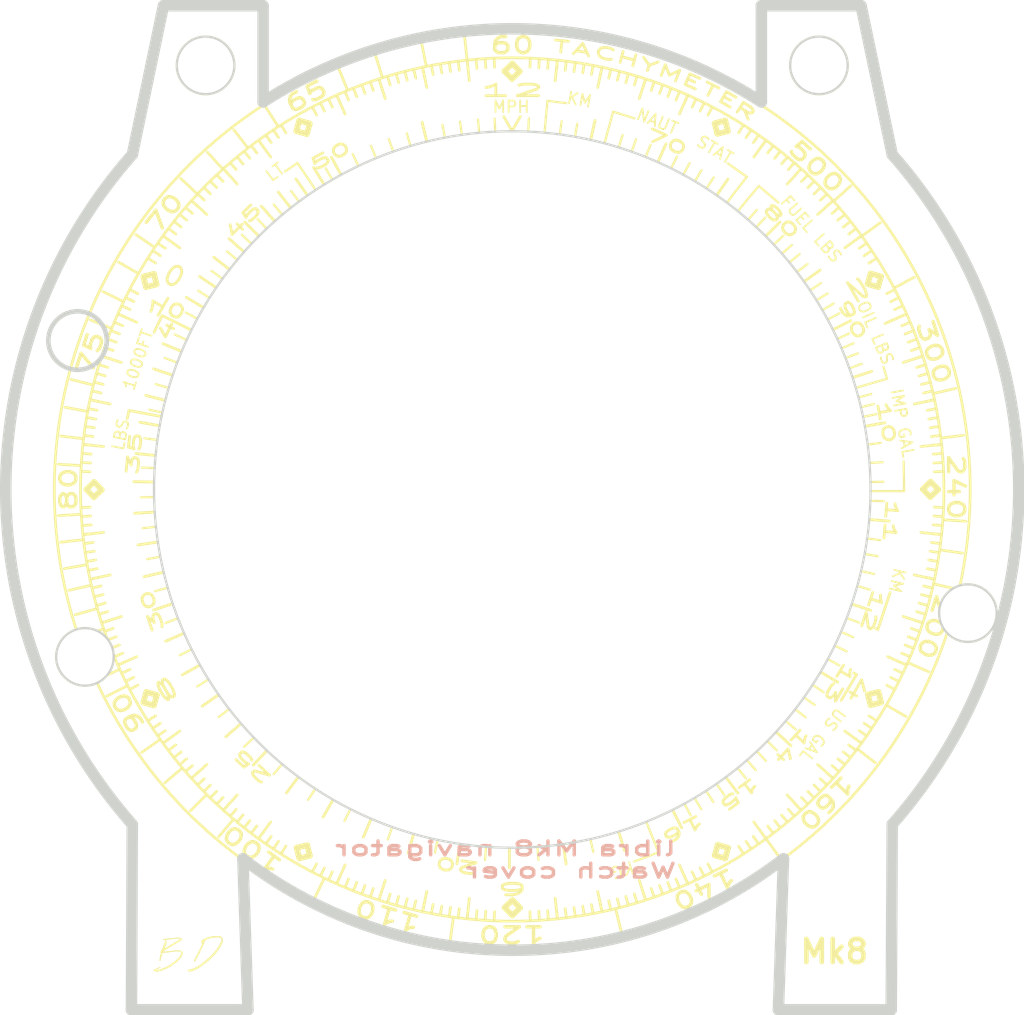
<source format=kicad_pcb>
(kicad_pcb (version 20211014) (generator pcbnew)
  (layers (0 "F.Cu" signal) (31 "B.Cu" signal) (34 "B.Paste" user) (35 "F.Paste" user) (36 "B.SilkS" user "B.Silkscreen") (37 "F.SilkS" user "F.Silkscreen") (38 "B.Mask" user) (39 "F.Mask" user) (44 "Edge.Cuts" user))
  (net 0 "")
  (footprint "BartLib_Logo:BD_small 3.5x2.6" (layer "F.Cu") (at 137.069147 115.256866)
    (fp_text reference "G***" hide)
    (fp_text value "LOGO" hide)
  )
  (gr_line (start 161.186765 110.931168) (end 160.971554 110.593968) (layer "F.SilkS") (width 0.12))
  (gr_line (start 155.421584 113.354627) (end 155.329238 112.965408) (layer "F.SilkS") (width 0.12))
  (gr_line (start 134.011002 102.726321) (end 134.376023 102.562678) (layer "F.SilkS") (width 0.12))
  (gr_line (start 134.493 91.6686) (end 134.4168 92.0242) (layer "F.SilkS") (width 0.12))
  (gr_line (start 156.559353 113.049763) (end 156.44275 112.66711) (layer "F.SilkS") (width 0.12))
  (gr_line (start 169.873576 94.314831) (end 169.473947 94.332609) (layer "F.SilkS") (width 0.12))
  (gr_line (start 157.17675 110.067311) (end 157.49 110.86) (layer "F.SilkS") (width 0.1))
  (gr_line (start 169.787308 97.059911) (end 168.892215 96.965833) (layer "F.SilkS") (width 0.12))
  (gr_circle (center 164.46 76.68) (end 165.66 76.68) (layer "F.SilkS") (width 0.2) (fill none))
  (gr_line (start 168.105528 87.116628) (end 167.744014 87.28788) (layer "F.SilkS") (width 0.12))
  (gr_line (start 147.626596 76.682091) (end 147.702563 77.074836) (layer "F.SilkS") (width 0.12))
  (gr_line (start 153.099911 113.747308) (end 153.057075 113.349584) (layer "F.SilkS") (width 0.12))
  (gr_line (start 161.186765 79.268832) (end 160.97329 79.607133) (layer "F.SilkS") (width 0.12))
  (gr_line (start 136.692859 83.148286) (end 137.001737 83.402478) (layer "F.SilkS") (width 0.12))
  (gr_line (start 144.973743 112.807079) (end 145.104326 112.428969) (layer "F.SilkS") (width 0.12))
  (gr_line (start 150.81 113.26) (end 151.15 112.93) (layer "F.SilkS") (width 0.25))
  (gr_line (start 162.786535 109.79427) (end 162.537256 109.481413) (layer "F.SilkS") (width 0.12))
  (gr_line (start 166.971168 105.146765) (end 166.632867 104.93329) (layer "F.SilkS") (width 0.12))
  (gr_line (start 169.48029 98.998349) (end 169.088795 98.916185) (layer "F.SilkS") (width 0.12))
  (gr_line (start 168.847079 101.266257) (end 168.468969 101.135674) (layer "F.SilkS") (width 0.12))
  (gr_line (start 169.300957 90.437059) (end 168.913757 90.537536) (layer "F.SilkS") (width 0.12))
  (gr_line (start 169.64 95.1) (end 169.3 95.43) (layer "F.SilkS") (width 0.25))
  (gr_line (start 169.557909 98.613404) (end 169.164779 98.539457) (layer "F.SilkS") (width 0.12))
  (gr_line (start 142.80308 111.894616) (end 142.980024 111.535854) (layer "F.SilkS") (width 0.12))
  (gr_line (start 166.757292 105.476104) (end 166.423535 105.255591) (layer "F.SilkS") (width 0.12))
  (gr_line (start 166.612771 90.523857) (end 167.418221 90.291394) (layer "F.SilkS") (width 0.1))
  (gr_line (start 132.492692 97.059911) (end 133.387785 96.965833) (layer "F.SilkS") (width 0.12))
  (gr_line (start 162.476247 80.165046) (end 162.235212 80.484298) (layer "F.SilkS") (width 0.12))
  (gr_line (start 132.979043 90.437059) (end 133.366754 90.535545) (layer "F.SilkS") (width 0.12))
  (gr_line (start 160.39 79.07853) (end 160.505788 79.537979) (layer "F.SilkS") (width 0.25))
  (gr_line (start 155.52 78.69) (end 156.45 78.98) (layer "F.SilkS") (width 0.1))
  (gr_line (start 132.97 95.44) (end 133.31 95.11) (layer "F.SilkS") (width 0.25))
  (gr_line (start 146.097747 113.15932) (end 146.204331 112.773756) (layer "F.SilkS") (width 0.12))
  (gr_line (start 154.653404 113.517909) (end 154.577437 113.125164) (layer "F.SilkS") (width 0.12))
  (gr_line (start 168.847079 88.933743) (end 168.469645 89.066268) (layer "F.SilkS") (width 0.12))
  (gr_line (start 158.766321 112.228998) (end 158.602678 111.863977) (layer "F.SilkS") (width 0.12))
  (gr_line (start 135.308832 85.053235) (end 135.647133 85.26671) (layer "F.SilkS") (width 0.12))
  (gr_line (start 134.174472 103.083372) (end 134.535986 102.91212) (layer "F.SilkS") (width 0.12))
  (gr_line (start 165.587141 107.051714) (end 165.278263 106.797522) (layer "F.SilkS") (width 0.12))
  (gr_line (start 147.241651 76.75971) (end 147.325826 77.150778) (layer "F.SilkS") (width 0.12))
  (gr_line (start 168.972332 100.894076) (end 168.59157 100.77144) (layer "F.SilkS") (width 0.12))
  (gr_line (start 151.14 113.6) (end 150.81 113.26) (layer "F.SilkS") (width 0.25))
  (gr_line (start 133.565941 101.635734) (end 133.940517 101.495334) (layer "F.SilkS") (width 0.12))
  (gr_line (start 132.79971 98.998349) (end 133.190778 98.914174) (layer "F.SilkS") (width 0.12))
  (gr_line (start 169.787308 97.059911) (end 169.389369 97.01912) (layer "F.SilkS") (width 0.12))
  (gr_line (start 141.760551 79.534318) (end 142.216339 79.663767) (layer "F.SilkS") (width 0.25))
  (gr_line (start 166.309087 84.079013) (end 165.580953 84.608033) (layer "F.SilkS") (width 0.12))
  (gr_line (start 163.391651 80.906325) (end 163.131046 81.209812) (layer "F.SilkS") (width 0.12))
  (gr_line (start 133.307668 100.894076) (end 133.687795 100.769484) (layer "F.SilkS") (width 0.12))
  (gr_line (start 143.513679 77.971002) (end 143.879751 78.793214) (layer "F.SilkS") (width 0.12))
  (gr_line (start 149.180089 113.747308) (end 149.274167 112.852215) (layer "F.SilkS") (width 0.12))
  (gr_line (start 144.237656 77.66667) (end 144.38587 78.038224) (layer "F.SilkS") (width 0.12))
  (gr_line (start 133.307668 100.894076) (end 134.163641 100.615954) (layer "F.SilkS") (width 0.12))
  (gr_line (start 151.14 76.6) (end 151.47 76.94) (layer "F.SilkS") (width 0.25))
  (gr_line (start 162.160987 110.269087) (end 161.925028 109.946066) (layer "F.SilkS") (width 0.12))
  (gr_line (start 155.3 79.51) (end 155.52 78.69) (layer "F.SilkS") (width 0.1))
  (gr_line (start 168.714059 88.564266) (end 168.339483 88.704666) (layer "F.SilkS") (width 0.12))
  (gr_line (start 167.16147 85.85) (end 166.705682 85.720551) (layer "F.SilkS") (width 0.25))
  (gr_line (start 149.180089 76.452692) (end 149.274167 77.347785) (layer "F.SilkS") (width 0.12))
  (gr_line (start 160.813519 82.183576) (end 161.33 81.52) (layer "F.SilkS") (width 0.1))
  (gr_line (start 145.720647 113.049763) (end 145.835282 112.666516) (layer "F.SilkS") (width 0.12))
  (gr_line (start 132.722091 98.613404) (end 133.114836 98.537437) (layer "F.SilkS") (width 0.12))
  (gr_line (start 144.973743 77.392921) (end 145.106268 77.770355) (layer "F.SilkS") (width 0.12))
  (gr_line (start 168.972332 89.305924) (end 168.592205 89.430516) (layer "F.SilkS") (width 0.12))
  (gr_line (start 164.536379 81.981296) (end 164.251293 82.261912) (layer "F.SilkS") (width 0.12))
  (gr_line (start 135.11853 104.35) (end 135.247979 103.894212) (layer "F.SilkS") (width 0.25))
  (gr_line (start 166.971168 85.053235) (end 166.633968 85.268446) (layer "F.SilkS") (width 0.12))
  (gr_line (start 142.453189 78.483663) (end 142.639429 78.837689) (layer "F.SilkS") (width 0.12))
  (gr_line (start 151.48 113.27) (end 151.15 112.93) (layer "F.SilkS") (width 0.25))
  (gr_line (start 141.093235 110.931168) (end 141.30671 110.592867) (layer "F.SilkS") (width 0.12))
  (gr_line (start 132.652552 91.973082) (end 133.047145 92.03878) (layer "F.SilkS") (width 0.12))
  (gr_line (start 132.537827 97.450001) (end 132.934567 97.398845) (layer "F.SilkS") (width 0.12))
  (gr_line (start 132.79971 91.201651) (end 133.191205 91.283815) (layer "F.SilkS") (width 0.12))
  (gr_line (start 169.742173 97.450001) (end 169.345175 97.400885) (layer "F.SilkS") (width 0.12))
  (gr_line (start 164.536379 108.218704) (end 164.249854 107.939557) (layer "F.SilkS") (width 0.12))
  (gr_line (start 138.888349 109.293675) (end 139.148954 108.990188) (layer "F.SilkS") (width 0.12))
  (gr_line (start 156.934076 112.932332) (end 156.809484 112.552205) (layer "F.SilkS") (width 0.12))
  (gr_line (start 169.824264 93.531039) (end 169.42573 93.565536) (layer "F.SilkS") (width 0.12))
  (gr_line (start 146.858416 76.845373) (end 146.950762 77.234592) (layer "F.SilkS") (width 0.12))
  (gr_line (start 163.686214 81.166017) (end 163.41931 81.46398) (layer "F.SilkS") (width 0.12))
  (gr_line (start 164.258704 108.496379) (end 163.978088 108.211293) (layer "F.SilkS") (width 0.12))
  (gr_line (start 140.439107 79.703433) (end 140.66825 80.031325) (layer "F.SilkS") (width 0.12))
  (gr_line (start 133.307668 89.305924) (end 134.163641 89.584046) (layer "F.SilkS") (width 0.12))
  (gr_line (start 136.205046 106.436247) (end 136.523055 106.193575) (layer "F.SilkS") (width 0.12))
  (gr_line (start 135.522708 84.723896) (end 135.856465 84.944409) (layer "F.SilkS") (width 0.12))
  (gr_line (start 161.3 82.57) (end 161.85 81.92) (layer "F.SilkS") (width 0.1))
  (gr_line (start 150.8 76.93) (end 151.13 77.27) (layer "F.SilkS") (width 0.25))
  (gr_line (start 138.888349 80.906325) (end 139.15051 81.208469) (layer "F.SilkS") (width 0.12))
  (gr_line (start 166.536567 84.399107) (end 166.208675 84.62825) (layer "F.SilkS") (width 0.12))
  (gr_line (start 133.70667 102.002344) (end 134.078224 101.85413) (layer "F.SilkS") (width 0.12))
  (gr_line (start 168.16 95.17) (end 168.14 93.88) (layer "F.SilkS") (width 0.1))
  (gr_line (start 169.394627 90.818416) (end 169.005408 90.910762) (layer "F.SilkS") (width 0.12))
  (gr_line (start 162.476247 110.034954) (end 162.233575 109.716945) (layer "F.SilkS") (width 0.12))
  (gr_line (start 167.756337 103.786811) (end 167.401359 103.602393) (layer "F.SilkS") (width 0.12))
  (gr_line (start 152.67 78.22) (end 153.48 78.32) (layer "F.SilkS") (width 0.1))
  (gr_line (start 157.675734 77.525941) (end 157.537261 77.901234) (layer "F.SilkS") (width 0.12))
  (gr_line (start 150.354831 113.833576) (end 150.370555 113.433861) (layer "F.SilkS") (width 0.12))
  (gr_line (start 145.720647 77.150237) (end 145.83725 77.53289) (layer "F.SilkS") (width 0.12))
  (gr_line (start 166.93 101.14) (end 167.02 101.18) (layer "F.SilkS") (width 0.12))
  (gr_line (start 152.594209 79.031849) (end 152.67 78.22) (layer "F.SilkS") (width 0.1))
  (gr_line (start 132.492692 93.140089) (end 133.387785 93.234167) (layer "F.SilkS") (width 0.12))
  (gr_line (start 168.268998 102.726321) (end 167.446786 102.360249) (layer "F.SilkS") (width 0.12))
  (gr_line (start 155.038349 76.75971) (end 154.956185 77.151205) (layer "F.SilkS") (width 0.12))
  (gr_line (start 134.011002 102.726321) (end 134.833214 102.360249) (layer "F.SilkS") (width 0.12))
  (gr_line (start 135.970913 84.079013) (end 136.295143 84.313309) (layer "F.SilkS") (width 0.12))
  (gr_line (start 168.268998 87.473679) (end 167.903977 87.637322) (layer "F.SilkS") (width 0.12))
  (gr_line (start 158.766321 77.971002) (end 158.604556 78.336859) (layer "F.SilkS") (width 0.12))
  (gr_line (start 149.571039 113.784264) (end 149.603488 113.385558) (layer "F.SilkS") (width 0.12))
  (gr_line (start 169.787308 93.140089) (end 169.389584 93.182925) (layer "F.SilkS") (width 0.12))
  (gr_line (start 148.789999 76.497827) (end 148.841155 76.894567) (layer "F.SilkS") (width 0.12))
  (gr_line (start 166.309087 106.120987) (end 165.984857 105.886691) (layer "F.SilkS") (width 0.12))
  (gr_line (start 132.537827 92.749999) (end 132.934825 92.799115) (layer "F.SilkS") (width 0.12))
  (gr_line (start 161.85 81.92) (end 162.7 82.64) (layer "F.SilkS") (width 0.1))
  (gr_line (start 164.808179 82.264726) (end 164.517278 82.53931) (layer "F.SilkS") (width 0.12))
  (gr_line (start 160.39 79.07853) (end 159.930551 79.194318) (layer "F.SilkS") (width 0.25))
  (gr_line (start 153.490001 113.702173) (end 153.438845 113.305433) (layer "F.SilkS") (width 0.12))
  (gr_line (start 138.593786 81.166017) (end 139.196019 81.834864) (layer "F.SilkS") (width 0.12))
  (gr_line (start 166.074954 106.436247) (end 165.755702 106.195212) (layer "F.SilkS") (width 0.12))
  (gr_line (start 167.16147 85.85) (end 167.032021 86.305788) (layer "F.SilkS") (width 0.25))
  (gr_line (start 156.559353 77.150237) (end 156.444718 77.533484) (layer "F.SilkS") (width 0.12))
  (gr_line (start 141.81 80.92) (end 141.27 81.29) (layer "F.SilkS") (width 0.1))
  (gr_line (start 169.742173 92.749999) (end 169.345433 92.801155) (layer "F.SilkS") (width 0.12))
  (gr_line (start 166.309087 84.079013) (end 165.986066 84.314972) (layer "F.SilkS") (width 0.12))
  (gr_line (start 169.64 95.1) (end 169.31 94.76) (layer "F.SilkS") (width 0.25))
  (gr_line (start 140.439107 110.496567) (end 140.666561 110.167502) (layer "F.SilkS") (width 0.12))
  (gr_circle (center 170.93 100.47) (end 172.13 100.47) (layer "F.SilkS") (width 0.2) (fill none))
  (gr_line (start 134.523663 86.413189) (end 134.878641 86.597607) (layer "F.SilkS") (width 0.12))
  (gr_line (start 151.14 76.6) (end 150.8 76.93) (layer "F.SilkS") (width 0.25))
  (gr_line (start 169.394627 99.381584) (end 169.004938 99.291239) (layer "F.SilkS") (width 0.12))
  (gr_line (start 134.345384 86.76308) (end 134.704146 86.940024) (layer "F.SilkS") (width 0.12))
  (gr_line (start 166.702021 104.465788) (end 166.586233 104.006339) (layer "F.SilkS") (width 0.25))
  (gr_line (start 155.802941 113.260957) (end 155.702464 112.873757) (layer "F.SilkS") (width 0.12))
  (gr_line (start 169.824264 96.668961) (end 169.425558 96.636512) (layer "F.SilkS") (width 0.12))
  (gr_line (start 141.89 79.07853) (end 142.345788 79.207979) (layer "F.SilkS") (width 0.25))
  (gr_line (start 166.074954 83.763753) (end 165.756945 84.006425) (layer "F.SilkS") (width 0.12))
  (gr_line (start 132.979043 99.762941) (end 133.366243 99.662464) (layer "F.SilkS") (width 0.12))
  (gr_line (start 145.345924 112.932332) (end 145.46856 112.55157) (layer "F.SilkS") (width 0.12))
  (gr_line (start 168.57333 102.002344) (end 168.20102 101.856042) (layer "F.SilkS") (width 0.12))
  (gr_line (start 136.692859 107.051714) (end 137.000427 106.795938) (layer "F.SilkS") (width 0.12))
  (gr_line (start 151.47 76.94) (end 151.13 77.27) (layer "F.SilkS") (width 0.25))
  (gr_line (start 169.300957 99.762941) (end 168.913246 99.664455) (layer "F.SilkS") (width 0.12))
  (gr_line (start 135.11853 104.35) (end 135.574318 104.479449) (layer "F.SilkS") (width 0.25))
  (gr_line (start 167.045682 103.890551) (end 166.586233 104.006339) (layer "F.SilkS") (width 0.25))
  (gr_line (start 162.160987 79.930913) (end 161.631967 80.659047) (layer "F.SilkS") (width 0.12))
  (gr_line (start 163.975274 108.768179) (end 163.70069 108.477278) (layer "F.SilkS") (width 0.12))
  (gr_line (start 169.627448 91.973082) (end 169.233198 92.040807) (layer "F.SilkS") (width 0.12))
  (gr_line (start 145.345924 77.267668) (end 145.470516 77.647795) (layer "F.SilkS") (width 0.12))
  (gr_line (start 160.519449 110.665682) (end 160.063661 110.536233) (layer "F.SilkS") (width 0.25))
  (gr_line (start 140.119013 110.269087) (end 140.353309 109.944857) (layer "F.SilkS") (width 0.12))
  (gr_line (start 169.873576 95.885169) (end 169.473861 95.869445) (layer "F.SilkS") (width 0.12))
  (gr_line (start 137.206017 82.553786) (end 137.874864 83.156019) (layer "F.SilkS") (width 0.12))
  (gr_line (start 165.073983 107.646214) (end 164.405136 107.043981) (layer "F.SilkS") (width 0.12))
  (gr_line (start 154.266918 113.587448) (end 154.199193 113.193198) (layer "F.SilkS") (width 0.12))
  (gr_line (start 169.089763 100.519353) (end 168.706516 100.404718) (layer "F.SilkS") (width 0.12))
  (gr_line (start 156.934076 77.267668) (end 156.655954 78.123641) (layer "F.SilkS") (width 0.12))
  (gr_line (start 169.48029 91.201651) (end 168.599935 91.388776) (layer "F.SilkS") (width 0.12))
  (gr_line (start 154.653404 76.682091) (end 154.579457 77.075221) (layer "F.SilkS") (width 0.12))
  (gr_line (start 157.306257 112.807079) (end 157.173732 112.429645) (layer "F.SilkS") (width 0.12))
  (gr_line (start 136.205046 83.763753) (end 136.524298 84.004788) (layer "F.SilkS") (width 0.12))
  (gr_line (start 141.89 111.12147) (end 142.349449 111.005682) (layer "F.SilkS") (width 0.25))
  (gr_line (start 135.743433 84.399107) (end 136.072498 84.626561) (layer "F.SilkS") (width 0.12))
  (gr_line (start 136.946325 82.848349) (end 137.249812 83.108954) (layer "F.SilkS") (width 0.12))
  (gr_line (start 148.40094 113.648879) (end 148.45836 113.252997) (layer "F.SilkS") (width 0.12))
  (gr_line (start 137.206017 82.553786) (end 137.50398 82.82069) (layer "F.SilkS") (width 0.12))
  (gr_line (start 153.87906 76.551121) (end 153.82164 76.947003) (layer "F.SilkS") (width 0.12))
  (gr_line (start 132.406424 95.885169) (end 132.806053 95.867391) (layer "F.SilkS") (width 0.12))
  (gr_line (start 153.87906 113.648879) (end 153.819606 113.253297) (layer "F.SilkS") (width 0.12))
  (gr_line (start 167.032021 86.305788) (end 166.576233 86.176339) (layer "F.SilkS") (width 0.25))
  (gr_line (start 167.02 101.18) (end 167.55 99.58) (layer "F.SilkS") (width 0.12))
  (gr_line (start 149.571039 76.415736) (end 149.605536 76.81427) (layer "F.SilkS") (width 0.12))
  (gr_line (start 135.234318 86.309449) (end 135.693767 86.193661) (layer "F.SilkS") (width 0.25))
  (gr_line (start 133.70667 88.197656) (end 134.07898 88.343958) (layer "F.SilkS") (width 0.12))
  (gr_line (start 169.089763 89.680647) (end 168.70711 89.79725) (layer "F.SilkS") (width 0.12))
  (gr_line (start 132.79971 98.998349) (end 133.680065 98.811224) (layer "F.SilkS") (width 0.12))
  (gr_line (start 166.095 103.14) (end 165.425 104.26) (layer "F.SilkS") (width 0.12))
  (gr_circle (center 151.14 95.1) (end 151.11 76.35) (layer "F.SilkS") (width 0.12) (fill none))
  (gr_line (start 166.309087 106.120987) (end 165.580953 105.591967) (layer "F.SilkS") (width 0.12))
  (gr_line (start 169.19932 90.057747) (end 168.814309 90.166311) (layer "F.SilkS") (width 0.12))
  (gr_line (start 148.013082 113.587448) (end 148.07878 113.192855) (layer "F.SilkS") (width 0.12))
  (gr_line (start 137.206017 107.646214) (end 137.874864 107.043981) (layer "F.SilkS") (width 0.12))
  (gr_line (start 165.587141 83.148286) (end 165.279573 83.404062) (layer "F.SilkS") (width 0.12))
  (gr_line (start 152.708961 113.784264) (end 152.674464 113.38573) (layer "F.SilkS") (width 0.12))
  (gr_line (start 142.28 81.61) (end 141.81 80.92) (layer "F.SilkS") (width 0.1))
  (gr_line (start 135.308832 105.146765) (end 135.646032 104.931554) (layer "F.SilkS") (width 0.12))
  (gr_line (start 140.119013 79.930913) (end 140.648033 80.659047) (layer "F.SilkS") (width 0.12))
  (gr_line (start 161.516104 79.482708) (end 161.295591 79.816465) (layer "F.SilkS") (width 0.12))
  (gr_line (start 138.593786 109.033983) (end 138.86069 108.73602) (layer "F.SilkS") (width 0.12))
  (gr_line (start 139.188286 80.652859) (end 139.444062 80.960427) (layer "F.SilkS") (width 0.12))
  (gr_line (start 169.48029 91.201651) (end 169.089222 91.285826) (layer "F.SilkS") (width 0.12))
  (gr_line (start 161.516104 110.717292) (end 161.293878 110.384673) (layer "F.SilkS") (width 0.12))
  (gr_line (start 163.391651 109.293675) (end 163.12949 108.991531) (layer "F.SilkS") (width 0.12))
  (gr_line (start 159.930551 79.194318) (end 160.046339 79.653767) (layer "F.SilkS") (width 0.25))
  (gr_line (start 133.190237 89.680647) (end 133.573484 89.795282) (layer "F.SilkS") (width 0.12))
  (gr_line (start 155.038349 76.75971) (end 154.851224 77.640065) (layer "F.SilkS") (width 0.12))
  (gr_line (start 136.44573 83.453465) (end 136.759864 83.701133) (layer "F.SilkS") (width 0.12))
  (gr_line (start 133.307668 89.305924) (end 133.68843 89.42856) (layer "F.SilkS") (width 0.12))
  (gr_line (start 148.789999 113.702173) (end 148.839115 113.305175) (layer "F.SilkS") (width 0.12))
  (gr_line (start 165.97 103.07) (end 166.095 103.14) (layer "F.SilkS") (width 0.12))
  (gr_line (start 158.042344 112.53333) (end 157.89413 112.161776) (layer "F.SilkS") (width 0.12))
  (gr_line (start 169.627448 98.226918) (end 169.232855 98.16122) (layer "F.SilkS") (width 0.12))
  (gr_line (start 165.333675 107.351651) (end 165.030188 107.091046) (layer "F.SilkS") (width 0.12))
  (gr_line (start 151.14 113.6) (end 151.48 113.27) (layer "F.SilkS") (width 0.25))
  (gr_line (start 150.77 78.9) (end 151.13 79.53) (layer "F.SilkS") (width 0.12))
  (gr_line (start 161.840893 79.703433) (end 161.613439 80.032498) (layer "F.SilkS") (width 0.12))
  (gr_line (start 160.505788 79.537979) (end 160.046339 79.653767) (layer "F.SilkS") (width 0.25))
  (gr_line (start 168.424955 87.834074) (end 168.056587 87.990037) (layer "F.SilkS") (width 0.12))
  (gr_line (start 155.038349 113.44029) (end 154.851224 112.559935) (layer "F.SilkS") (width 0.12))
  (gr_line (start 135.247979 103.894212) (end 135.703767 104.023661) (layer "F.SilkS") (width 0.25))
  (gr_line (start 138.304726 108.768179) (end 138.577811 108.475871) (layer "F.SilkS") (width 0.12))
  (gr_line (start 133.432921 101.266257) (end 133.810355 101.133732) (layer "F.SilkS") (width 0.12))
  (gr_line (start 146.097747 77.04068) (end 146.206311 77.425691) (layer "F.SilkS") (width 0.12))
  (gr_line (start 133.565941 88.564266) (end 133.941234 88.702739) (layer "F.SilkS") (width 0.12))
  (gr_line (start 132.455736 93.531039) (end 132.854442 93.563488) (layer "F.SilkS") (width 0.12))
  (gr_line (start 150.354831 76.366424) (end 150.372609 76.766053) (layer "F.SilkS") (width 0.12))
  (gr_line (start 160.39 111.12147) (end 160.519449 110.665682) (layer "F.SilkS") (width 0.25))
  (gr_line (start 168.57333 88.197656) (end 168.201776 88.34587) (layer "F.SilkS") (width 0.12))
  (gr_line (start 167.16147 104.35) (end 167.045682 103.890551) (layer "F.SilkS") (width 0.25))
  (gr_line (start 133.08068 90.057747) (end 133.466244 90.164331) (layer "F.SilkS") (width 0.12))
  (gr_line (start 166.757292 84.723896) (end 166.424673 84.946122) (layer "F.SilkS") (width 0.12))
  (gr_line (start 165.83427 83.453465) (end 165.521413 83.702744) (layer "F.SilkS") (width 0.12))
  (gr_line (start 165.073983 82.553786) (end 164.405136 83.156019) (layer "F.SilkS") (width 0.12))
  (gr_line (start 156.182253 113.15932) (end 156.073689 112.774309) (layer "F.SilkS") (width 0.12))
  (gr_line (start 158.405926 112.384955) (end 158.249963 112.016587) (layer "F.SilkS") (width 0.12))
  (gr_line (start 159.123372 78.134472) (end 158.953981 78.496861) (layer "F.SilkS") (width 0.12))
  (gr_line (start 162.786535 80.40573) (end 162.538867 80.719864) (layer "F.SilkS") (width 0.12))
  (gr_line (start 132.885373 99.381584) (end 133.274592 99.289238) (layer "F.SilkS") (width 0.12))
  (gr_line (start 135.93 87.55) (end 135.58 88.28) (layer "F.SilkS") (width 0.12))
  (gr_line (start 155.802941 76.939043) (end 155.704455 77.326754) (layer "F.SilkS") (width 0.12))
  (gr_line (start 134.523663 103.786811) (end 134.877689 103.600571) (layer "F.SilkS") (width 0.12))
  (gr_line (start 140.763896 79.482708) (end 140.986122 79.815327) (layer "F.SilkS") (width 0.12))
  (gr_line (start 146.477059 113.260957) (end 146.575545 112.873246) (layer "F.SilkS") (width 0.12))
  (gr_line (start 142.345788 79.207979) (end 142.216339 79.663767) (layer "F.SilkS") (width 0.25))
  (gr_line (start 154.266918 76.612552) (end 154.20122 77.007145) (layer "F.SilkS") (width 0.12))
  (gr_line (start 135.970913 84.079013) (end 136.699047 84.608033) (layer "F.SilkS") (width 0.12))
  (gr_line (start 138.021296 81.703621) (end 138.301912 81.988707) (layer "F.SilkS") (width 0.12))
  (gr_line (start 169.853024 93.922676) (end 169.453855 93.94882) (layer "F.SilkS") (width 0.12))
  (gr_line (start 132.885373 90.818416) (end 133.275062 90.908761) (layer "F.SilkS") (width 0.12))
  (gr_line (start 135.11853 85.85) (end 135.577979 85.734212) (layer "F.SilkS") (width 0.25))
  (gr_line (start 140.119013 110.269087) (end 140.648033 109.540953) (layer "F.SilkS") (width 0.12))
  (gr_line (start 169.557909 91.586596) (end 169.165164 91.662563) (layer "F.SilkS") (width 0.12))
  (gr_line (start 144.237656 112.53333) (end 144.383958 112.16102) (layer "F.SilkS") (width 0.12))
  (gr_line (start 136.44573 106.746535) (end 136.758587 106.497256) (layer "F.SilkS") (width 0.12))
  (gr_line (start 134.011002 87.473679) (end 134.376859 87.635444) (layer "F.SilkS") (width 0.12))
  (gr_line (start 153.490001 76.497827) (end 153.440885 76.894825) (layer "F.SilkS") (width 0.12))
  (gr_line (start 159.123372 112.065528) (end 158.95212 111.704014) (layer "F.SilkS") (width 0.12))
  (gr_line (start 139.493465 80.40573) (end 139.742744 80.718587) (layer "F.SilkS") (width 0.12))
  (gr_line (start 133.08068 100.142253) (end 133.465691 100.033689) (layer "F.SilkS") (width 0.12))
  (gr_line (start 169.853024 96.277324) (end 169.453726 96.253232) (layer "F.SilkS") (width 0.12))
  (gr_line (start 156.43 111.26) (end 157.49 110.86) (layer "F.SilkS") (width 0.1))
  (gr_line (start 163.686214 81.166017) (end 163.083981 81.834864) (layer "F.SilkS") (width 0.12))
  (gr_line (start 133.855045 87.834074) (end 134.22421 87.988141) (layer "F.SilkS") (width 0.12))
  (gr_line (start 159.934212 110.992021) (end 160.063661 110.536233) (layer "F.SilkS") (width 0.25))
  (gr_circle (center 132.58 102.37) (end 133.78 102.37) (layer "F.SilkS") (width 0.2) (fill none))
  (gr_line (start 163.686214 109.033983) (end 163.083981 108.365136) (layer "F.SilkS") (width 0.12))
  (gr_line (start 148.40094 76.551121) (end 148.460394 76.946703) (layer "F.SilkS") (width 0.12))
  (gr_line (start 135.970913 106.120987) (end 136.699047 105.591967) (layer "F.SilkS") (width 0.12))
  (gr_line (start 132.426976 93.922676) (end 132.826274 93.946768) (layer "F.SilkS") (width 0.12))
  (gr_circle (center 151.14 95.1) (end 151.14 75.21) (layer "F.SilkS") (width 0.12) (fill none))
  (gr_line (start 153.099911 76.452692) (end 153.05912 76.850631) (layer "F.SilkS") (width 0.12))
  (gr_line (start 158.766321 112.228998) (end 158.400249 111.406786) (layer "F.SilkS") (width 0.12))
  (gr_line (start 167.418221 90.291394) (end 167.26 89.77) (layer "F.SilkS") (width 0.1))
  (gr_line (start 132.426976 96.277324) (end 132.826145 96.25118) (layer "F.SilkS") (width 0.12))
  (gr_line (start 143.156628 78.134472) (end 143.32788 78.495986) (layer "F.SilkS") (width 0.12))
  (gr_line (start 142.349449 111.005682) (end 142.233661 110.546233) (layer "F.SilkS") (width 0.25))
  (gr_line (start 147.626596 113.517909) (end 147.700543 113.124779) (layer "F.SilkS") (width 0.12))
  (gr_line (start 135.903716 91.931639) (end 134.493 91.6686) (layer "F.SilkS") (width 0.12))
  (gr_line (start 135.574318 104.479449) (end 135.703767 104.023661) (layer "F.SilkS") (width 0.25))
  (gr_line (start 153.099911 76.452692) (end 153.005833 77.347785) (layer "F.SilkS") (width 0.12))
  (gr_line (start 168.972332 100.894076) (end 168.116359 100.615954) (layer "F.SilkS") (width 0.12))
  (gr_circle (center 137.82 76.68) (end 139.02 76.68) (layer "F.SilkS") (width 0.2) (fill none))
  (gr_line (start 143.874074 112.384955) (end 144.028141 112.01579) (layer "F.SilkS") (width 0.12))
  (gr_line (start 159.826811 111.716337) (end 159.640571 111.362311) (layer "F.SilkS") (width 0.12))
  (gr_line (start 143.513679 112.228998) (end 143.879751 111.406786) (layer "F.SilkS") (width 0.12))
  (gr_line (start 165.333675 82.848349) (end 165.031531 83.11051) (layer "F.SilkS") (width 0.12))
  (gr_line (start 141.774212 110.662021) (end 142.233661 110.546233) (layer "F.SilkS") (width 0.25))
  (gr_line (start 138.021296 108.496379) (end 138.300443 108.209854) (layer "F.SilkS") (width 0.12))
  (gr_line (start 146.477059 76.939043) (end 146.577536 77.326243) (layer "F.SilkS") (width 0.12))
  (gr_line (start 140.119013 79.930913) (end 140.354972 80.253934) (layer "F.SilkS") (width 0.12))
  (gr_line (start 140.763896 110.717292) (end 140.984409 110.383535) (layer "F.SilkS") (width 0.12))
  (gr_line (start 147.241651 113.44029) (end 147.428776 112.559935) (layer "F.SilkS") (width 0.12))
  (gr_line (start 134.174472 87.116628) (end 134.536861 87.286019) (layer "F.SilkS") (width 0.12))
  (gr_line (start 139.803753 110.034954) (end 140.044788 109.715702) (layer "F.SilkS") (width 0.12))
  (gr_line (start 133.190237 100.519353) (end 133.57289 100.40275) (layer "F.SilkS") (width 0.12))
  (gr_line (start 145.345924 77.267668) (end 145.624046 78.123641) (layer "F.SilkS") (width 0.12))
  (gr_line (start 166.536567 105.800893) (end 166.207502 105.573439) (layer "F.SilkS") (width 0.12))
  (gr_line (start 169.787308 93.140089) (end 168.892215 93.234167) (layer "F.SilkS") (width 0.12))
  (gr_line (start 168.268998 87.473679) (end 167.446786 87.839751) (layer "F.SilkS") (width 0.12))
  (gr_line (start 158.405926 77.815045) (end 158.251859 78.18421) (layer "F.SilkS") (width 0.12))
  (gr_line (start 169.688879 92.36094) (end 169.293297 92.420394) (layer "F.SilkS") (width 0.12))
  (gr_line (start 139.493465 109.79427) (end 139.741133 109.480136) (layer "F.SilkS") (width 0.12))
  (gr_line (start 148.013082 76.612552) (end 148.080807 77.006802) (layer "F.SilkS") (width 0.12))
  (gr_line (start 163.686214 109.033983) (end 163.417782 108.737396) (layer "F.SilkS") (width 0.12))
  (gr_line (start 155.038349 113.44029) (end 154.954174 113.049222) (layer "F.SilkS") (width 0.12))
  (gr_line (start 138.593786 109.033983) (end 139.196019 108.365136) (layer "F.SilkS") (width 0.12))
  (gr_line (start 135.743433 105.800893) (end 136.071325 105.57175) (layer "F.SilkS") (width 0.12))
  (gr_line (start 132.79971 91.201651) (end 133.680065 91.388776) (layer "F.SilkS") (width 0.12))
  (gr_line (start 132.492692 97.059911) (end 132.890416 97.017075) (layer "F.SilkS") (width 0.12))
  (gr_line (start 163.091714 80.652859) (end 162.837522 80.961737) (layer "F.SilkS") (width 0.12))
  (gr_line (start 162.160987 110.269087) (end 161.631967 109.540953) (layer "F.SilkS") (width 0.12))
  (gr_line (start 132.591121 92.36094) (end 132.987003 92.41836) (layer "F.SilkS") (width 0.12))
  (gr_line (start 162.160987 79.930913) (end 161.926691 80.255143) (layer "F.SilkS") (width 0.12))
  (gr_line (start 142.453189 111.716337) (end 142.637607 111.361359) (layer "F.SilkS") (width 0.12))
  (gr_line (start 146.858416 113.354627) (end 146.948761 112.964938) (layer "F.SilkS") (width 0.12))
  (gr_line (start 135.970913 106.120987) (end 136.293934 105.885028) (layer "F.SilkS") (width 0.12))
  (gr_line (start 169.31 94.76) (end 168.97 95.09) (layer "F.SilkS") (width 0.25))
  (gr_line (start 169.688879 97.83906) (end 169.292997 97.78164) (layer "F.SilkS") (width 0.12))
  (gr_line (start 132.722091 91.586596) (end 133.115221 91.660543) (layer "F.SilkS") (width 0.12))
  (gr_line (start 164.258704 81.703621) (end 163.979557 81.990146) (layer "F.SilkS") (width 0.12))
  (gr_line (start 159.47692 111.894616) (end 159.298135 111.536768) (layer "F.SilkS") (width 0.12))
  (gr_line (start 138.304726 81.431821) (end 138.57931 81.722722) (layer "F.SilkS") (width 0.12))
  (gr_line (start 165.073983 107.646214) (end 164.77602 107.37931) (layer "F.SilkS") (width 0.12))
  (gr_line (start 168.972332 89.305924) (end 168.116359 89.584046) (layer "F.SilkS") (width 0.12))
  (gr_line (start 168.268998 102.726321) (end 167.903141 102.564556) (layer "F.SilkS") (width 0.12))
  (gr_line (start 166.705682 85.720551) (end 166.576233 86.176339) (layer "F.SilkS") (width 0.25))
  (gr_line (start 152.708961 76.415736) (end 152.676512 76.814442) (layer "F.SilkS") (width 0.12))
  (gr_line (start 167.934616 86.76308) (end 167.576768 86.941865) (layer "F.SilkS") (width 0.12))
  (gr_line (start 141.89 111.12147) (end 141.774212 110.662021) (layer "F.SilkS") (width 0.25))
  (gr_line (start 158.766321 77.971002) (end 158.400249 78.793214) (layer "F.SilkS") (width 0.12))
  (gr_line (start 157.675734 112.674059) (end 157.535334 112.299483) (layer "F.SilkS") (width 0.12))
  (gr_line (start 168.714059 101.635734) (end 168.338766 101.497261) (layer "F.SilkS") (width 0.12))
  (gr_line (start 137.206017 107.646214) (end 137.502604 107.377782) (layer "F.SilkS") (width 0.12))
  (gr_line (start 169.19932 100.142253) (end 168.813756 100.035669) (layer "F.SilkS") (width 0.12))
  (gr_line (start 145.345924 112.932332) (end 145.624046 112.076359) (layer "F.SilkS") (width 0.12))
  (gr_line (start 136.946325 107.351651) (end 137.248469 107.08949) (layer "F.SilkS") (width 0.12))
  (gr_line (start 167.934616 103.43692) (end 167.575854 103.259976) (layer "F.SilkS") (width 0.12))
  (gr_line (start 158.042344 77.66667) (end 157.896042 78.03898) (layer "F.SilkS") (width 0.12))
  (gr_line (start 134.011002 87.473679) (end 134.833214 87.839751) (layer "F.SilkS") (width 0.12))
  (gr_line (start 137.471821 82.264726) (end 137.764129 82.537811) (layer "F.SilkS") (width 0.12))
  (gr_line (start 161.840893 110.496567) (end 161.61175 110.168675) (layer "F.SilkS") (width 0.12))
  (gr_line (start 159.826811 78.483663) (end 159.642393 78.838641) (layer "F.SilkS") (width 0.12))
  (gr_line (start 168.424955 102.365926) (end 168.05579 102.211859) (layer "F.SilkS") (width 0.12))
  (gr_line (start 133.432921 88.933743) (end 133.811031 89.064326) (layer "F.SilkS") (width 0.12))
  (gr_line (start 165.073983 82.553786) (end 164.777396 82.822218) (layer "F.SilkS") (width 0.12))
  (gr_line (start 149.962676 113.813024) (end 149.986768 113.413726) (layer "F.SilkS") (width 0.12))
  (gr_line (start 143.874074 77.815045) (end 144.030037 78.183413) (layer "F.SilkS") (width 0.12))
  (gr_line (start 143.513679 77.971002) (end 143.677322 78.336023) (layer "F.SilkS") (width 0.12))
  (gr_line (start 169.48029 98.998349) (end 168.599935 98.811224) (layer "F.SilkS") (width 0.12))
  (gr_line (start 163.091714 109.547141) (end 162.835938 109.239573) (layer "F.SilkS") (width 0.12))
  (gr_line (start 169.3 95.43) (end 168.97 95.09) (layer "F.SilkS") (width 0.25))
  (gr_line (start 156.182253 77.04068) (end 156.075669 77.426244) (layer "F.SilkS") (width 0.12))
  (gr_line (start 137.471821 107.935274) (end 137.762722 107.66069) (layer "F.SilkS") (width 0.12))
  (gr_line (start 163.975274 81.431821) (end 163.702189 81.724129) (layer "F.SilkS") (width 0.12))
  (gr_line (start 160.39 111.12147) (end 159.934212 110.992021) (layer "F.SilkS") (width 0.25))
  (gr_line (start 147.241651 76.75971) (end 147.428776 77.640065) (layer "F.SilkS") (width 0.12))
  (gr_line (start 134.345384 103.43692) (end 134.703232 103.258135) (layer "F.SilkS") (width 0.12))
  (gr_line (start 132.64 95.1) (end 132.97 95.44) (layer "F.SilkS") (width 0.25))
  (gr_line (start 139.803753 80.165046) (end 140.046425 80.483055) (layer "F.SilkS") (width 0.12))
  (gr_line (start 132.455736 96.668961) (end 132.85427 96.634464) (layer "F.SilkS") (width 0.12))
  (gr_line (start 132.406424 94.314831) (end 132.806139 94.330555) (layer "F.SilkS") (width 0.12))
  (gr_line (start 164.808179 107.935274) (end 164.515871 107.662189) (layer "F.SilkS") (width 0.12))
  (gr_line (start 157.306257 77.392921) (end 157.175674 77.771031) (layer "F.SilkS") (width 0.12))
  (gr_line (start 135.577979 85.734212) (end 135.693767 86.193661) (layer "F.SilkS") (width 0.25))
  (gr_line (start 156.934076 112.932332) (end 156.655954 112.076359) (layer "F.SilkS") (width 0.12))
  (gr_line (start 153.099911 113.747308) (end 153.005833 112.852215) (layer "F.SilkS") (width 0.12))
  (gr_line (start 142.80308 78.305384) (end 142.981865 78.663232) (layer "F.SilkS") (width 0.12))
  (gr_line (start 139.188286 109.547141) (end 139.442478 109.238263) (layer "F.SilkS") (width 0.12))
  (gr_line (start 147.241651 113.44029) (end 147.323815 113.048795) (layer "F.SilkS") (width 0.12))
  (gr_line (start 135.522708 105.476104) (end 135.855327 105.253878) (layer "F.SilkS") (width 0.12))
  (gr_line (start 152.317324 76.386976) (end 152.293232 76.786274) (layer "F.SilkS") (width 0.12))
  (gr_line (start 156.934076 77.267668) (end 156.81144 77.64843) (layer "F.SilkS") (width 0.12))
  (gr_line (start 159.47692 78.305384) (end 159.299976 78.664146) (layer "F.SilkS") (width 0.12))
  (gr_line (start 144.604266 77.525941) (end 144.744666 77.900517) (layer "F.SilkS") (width 0.12))
  (gr_line (start 161.33 81.52) (end 160.49 80.93) (layer "F.SilkS") (width 0.1))
  (gr_line (start 151.13 79.53) (end 151.49 78.9) (layer "F.SilkS") (width 0.12))
  (gr_line (start 167.848746 87.660787) (end 167.326061 87.893501) (layer "F.SilkS") (width 0.12))
  (gr_line (start 137.743621 81.981296) (end 138.030146 82.260443) (layer "F.SilkS") (width 0.12))
  (gr_line (start 151.925169 76.366424) (end 151.909445 76.766139) (layer "F.SilkS") (width 0.12))
  (gr_line (start 165.83427 106.746535) (end 165.520136 106.498867) (layer "F.SilkS") (width 0.12))
  (gr_line (start 168.16 95.17) (end 166.7 95.17) (layer "F.SilkS") (width 0.1))
  (gr_line (start 132.492692 93.140089) (end 132.890631 93.18088) (layer "F.SilkS") (width 0.12))
  (gr_line (start 149.180089 113.747308) (end 149.22088 113.349369) (layer "F.SilkS") (width 0.12))
  (gr_line (start 143.156628 112.065528) (end 143.326019 111.703139) (layer "F.SilkS") (width 0.12))
  (gr_line (start 144.604266 112.674059) (end 144.742739 112.298766) (layer "F.SilkS") (width 0.12))
  (gr_line (start 132.64 95.1) (end 132.98 94.77) (layer "F.SilkS") (width 0.25))
  (gr_line (start 152.317324 113.813024) (end 152.29118 113.413855) (layer "F.SilkS") (width 0.12))
  (gr_line (start 143.513679 112.228998) (end 143.675444 111.863141) (layer "F.SilkS") (width 0.12))
  (gr_line (start 141.89 79.07853) (end 141.760551 79.534318) (layer "F.SilkS") (width 0.25))
  (gr_line (start 141.093235 79.268832) (end 141.308446 79.606032) (layer "F.SilkS") (width 0.12))
  (gr_line (start 149.180089 76.452692) (end 149.222925 76.850416) (layer "F.SilkS") (width 0.12))
  (gr_line (start 132.591121 97.83906) (end 132.986703 97.779606) (layer "F.SilkS") (width 0.12))
  (gr_line (start 168.105528 103.083372) (end 167.743139 102.913981) (layer "F.SilkS") (width 0.12))
  (gr_line (start 133.855045 102.365926) (end 134.223413 102.209963) (layer "F.SilkS") (width 0.12))
  (gr_line (start 137.743621 108.218704) (end 138.028707 107.938088) (layer "F.SilkS") (width 0.12))
  (gr_line (start 167.756337 86.413189) (end 167.402311 86.599429) (layer "F.SilkS") (width 0.12))
  (gr_line (start 149.962676 76.386976) (end 149.98882 76.786145) (layer "F.SilkS") (width 0.12))
  (gr_line (start 136.412085 87.78194) (end 135.93 87.55) (layer "F.SilkS") (width 0.12))
  (gr_line (start 138.593786 81.166017) (end 138.862218 81.462604) (layer "F.SilkS") (width 0.12))
  (gr_line (start 132.98 94.77) (end 133.31 95.11) (layer "F.SilkS") (width 0.25))
  (gr_line (start 135.11853 85.85) (end 135.234318 86.309449) (layer "F.SilkS") (width 0.25))
  (gr_line (start 167.16147 104.35) (end 166.702021 104.465788) (layer "F.SilkS") (width 0.25))
  (gr_line (start 132.652552 98.226918) (end 133.046802 98.159193) (layer "F.SilkS") (width 0.12))
  (gr_line (start 151.925169 113.833576) (end 151.907391 113.433947) (layer "F.SilkS") (width 0.12))
  (gr_line (start 155.421584 76.845373) (end 155.331239 77.235062) (layer "F.SilkS") (width 0.12))
  (gr_arc (start 167.643267 80.553709) (mid 173.138918 95.100001) (end 167.643266 109.646293) (layer "Edge.Cuts") (width 0.5))
  (gr_arc (start 151.18 115.11) (mid 144.981345 114.096892) (end 139.44 111.14) (layer "Edge.Cuts") (width 0.5))
  (gr_line (start 162.92 111.14) (end 162.7 117.7) (layer "Edge.Cuts") (width 0.5))
  (gr_arc (start 151.14 75.09) (mid 156.77909 75.901022) (end 161.961066 78.268344) (layer "Edge.Cuts") (width 0.5))
  (gr_circle (center 151.14 95.1) (end 166.7 95.1) (layer "Edge.Cuts") (width 0.1) (fill none))
  (gr_line (start 166.29 74.09) (end 167.643267 80.553709) (layer "Edge.Cuts") (width 0.5))
  (gr_circle (center 132.58 102.37) (end 133.78 102.37) (layer "Edge.Cuts") (width 0.2) (fill none))
  (gr_line (start 167.643266 109.646293) (end 167.6 117.7) (layer "Edge.Cuts") (width 0.5))
  (gr_line (start 140.32 74.09) (end 140.32 78.27) (layer "Edge.Cuts") (width 0.5))
  (gr_line (start 140.32 74.09) (end 135.99 74.09) (layer "Edge.Cuts") (width 0.5))
  (gr_circle (center 170.93 100.47) (end 172.13 100.47) (layer "Edge.Cuts") (width 0.2) (fill none))
  (gr_line (start 161.96 74.09) (end 161.96 78.27) (layer "Edge.Cuts") (width 0.5))
  (gr_line (start 139.66 117.7) (end 134.6 117.7) (layer "Edge.Cuts") (width 0.5))
  (gr_arc (start 162.92 111.14) (mid 157.378655 114.096893) (end 151.18 115.11) (layer "Edge.Cuts") (width 0.5))
  (gr_line (start 139.66 117.7) (end 139.44 111.14) (layer "Edge.Cuts") (width 0.5))
  (gr_line (start 162.7 117.7) (end 167.6 117.7) (layer "Edge.Cuts") (width 0.5))
  (gr_arc (start 140.318935 78.268344) (mid 145.500911 75.901022) (end 151.14 75.09) (layer "Edge.Cuts") (width 0.5))
  (gr_line (start 134.636734 109.646293) (end 134.6 117.7) (layer "Edge.Cuts") (width 0.5))
  (gr_line (start 135.99 74.09) (end 134.640001 80.550001) (layer "Edge.Cuts") (width 0.5))
  (gr_circle (center 137.82 76.68) (end 139.02 76.68) (layer "Edge.Cuts") (width 0.2) (fill none))
  (gr_arc (start 134.636734 109.646293) (mid 129.141081 95.09753) (end 134.640001 80.550001) (layer "Edge.Cuts") (width 0.5))
  (gr_circle (center 164.46 76.68) (end 165.66 76.68) (layer "Edge.Cuts") (width 0.2) (fill none))
  (gr_circle (center 132.259998 88.631545) (end 133.529998 88.631545) (layer "Edge.Cuts") (width 0.2) (fill none))
  (gr_line (start 161.96 74.09) (end 166.29 74.09) (layer "Edge.Cuts") (width 0.5))
  (gr_text "libra Mk8 navigator\nWatch cover" (at 158.36 111.18) (layer "B.SilkS") (effects (font (size 0.6 1)) (justify left mirror)))
  (gr_text "|" (at 135.089612 94.767307 88.87) (layer "F.SilkS") (effects (font (size 0.6 1) (thickness 0.125))))
  (gr_text "|" (at 164.33 86.28 -56.279) (layer "F.SilkS") (effects (font (size 0.4 1) (thickness 0.1))))
  (gr_text "|" (at 136.290521 89.478594 69.37) (layer "F.SilkS") (effects (font (size 0.4 1) (thickness 0.1))))
  (gr_text "|" (at 145.34 76.69 -342.6) (layer "F.SilkS") (effects (font (size 0.7 1) (thickness 0.12))))
  (gr_text "40" (at 136.36 87.76 63.46) (layer "F.SilkS") (effects (font (size 0.5 1) (thickness 0.125))))
  (gr_text "12" (at 166.77 100.37 251.69) (layer "F.SilkS") (effects (font (size 0.5 1) (thickness 0.125))))
  (gr_text "|" (at 157.049087 80.369112 -21.85) (layer "F.SilkS") (effects (font (size 0.4 1) (thickness 0.1))))
  (gr_text "|" (at 161.14 82.77 -39) (layer "F.SilkS") (effects (font (size 0.4 1) (thickness 0.1))))
  (gr_text "|" (at 132.16 91.61 -280.5) (layer "F.SilkS") (effects (font (size 0.7 1) (thickness 0.12))))
  (gr_text "KG" (at 155.92 111.62 197.24) (layer "F.SilkS") (effects (font (size 0.5 0.5) (thickness 0.08))))
  (gr_text "|" (at 158.18 80.87 -26.32) (layer "F.SilkS") (effects (font (size 0.4 1) (thickness 0.1))))
  (gr_text "|" (at 161.978412 106.699442 223.19) (layer "F.SilkS") (effects (font (size 0.4 1) (thickness 0.1))))
  (gr_text "|" (at 162.49 110.72 -144) (layer "F.SilkS") (effects (font (size 0.7 1) (thickness 0.12))))
  (gr_text "8" (at 136.131688 103.764637 120) (layer "F.SilkS") (effects (font (size 0.5 1.5) (thickness 0.125))))
  (gr_text "|" (at 161.95 83.48 -43.01) (layer "F.SilkS") (effects (font (size 0.4 1) (thickness 0.1))))
  (gr_text "|" (at 156.43 80.13 -19.57) (layer "F.SilkS") (effects (font (size 0.4 1) (thickness 0.1))))
  (gr_text "|" (at 138.992279 105.585355 130.81) (layer "F.SilkS") (effects (font (size 0.6 1) (thickness 0.125))))
  (gr_text "|" (at 155.855368 79.946217 -17.25) (layer "F.SilkS") (effects (font (size 0.4 1) (thickness 0.1))))
  (gr_text "|" (at 160.706582 107.981394 216.81) (layer "F.SilkS") (effects (font (size 0.6 1) (thickness 0.125))))
  (gr_text "|" (at 166.59 91.45 -76.64) (layer "F.SilkS") (effects (font (size 0.4 1) (thickness 0.1))))
  (gr_text "|" (at 164.88 87.15 -59.88) (layer "F.SilkS") (effects (font (size 0.4 1) (thickness 0.1))))
  (gr_text "FUEL LBS" (at 164.12 83.79 -48.84) (layer "F.SilkS") (effects (font (size 0.5 0.5) (thickness 0.08))))
  (gr_text "|" (at 140.154189 106.792369 136.94) (layer "F.SilkS") (effects (font (size 0.6 1) (thickness 0.125))))
  (gr_text "|" (at 136.39 107.55 -229.8) (layer "F.SilkS") (effects (font (size 0.7 1) (thickness 0.12))))
  (gr_text "|" (at 162.444323 106.252731 225.38) (layer "F.SilkS") (effects (font (size 0.4 1) (thickness 0.1))))
  (gr_text "|" (at 131.97 92.83 -276.9) (layer "F.SilkS") (effects (font (size 0.7 1) (thickness 0.12))))
  (gr_text "|" (at 166.425519 99.379596 254.32) (layer "F.SilkS") (effects (font (size 0.4 1) (thickness 0.1))))
  (gr_text "|" (at 163.678507 104.83825 232.13) (layer "F.SilkS") (effects (font (size 0.4 1) (thickness 0.1))))
  (gr_text "|" (at 148.156342 79.510548 10.79) (layer "F.SilkS") (effects (font (size 0.4 1) (thickness 0.1))))
  (gr_text "|" (at 136.711351 88.474423 65.36) (layer "F.SilkS") (effects (font (size 0.4 1) (thickness 0.1))))
  (gr_text "|" (at 158.765685 109.027669 208.68) (layer "F.SilkS") (effects (font (size 0.4 1) (thickness 0.1))))
  (gr_text "|" (at 140.500739 83.086173 41.54) (layer "F.SilkS") (effects (font (size 0.6 1) (thickness 0.125))))
  (gr_text "E" (at 158.94 77.39 336) (layer "F.SilkS") (effects (font (size 0.5 1) (thickness 0.125))))
  (gr_text "|" (at 141.561756 107.972187 143.32) (layer "F.SilkS") (effects (font (size 0.6 1) (thickness 0.125))))
  (gr_text "|" (at 135.629032 91.690347 77.71) (layer "F.SilkS") (effects (font (size 0.4 1) (thickness 0.1))))
  (gr_text "35" (at 134.723792 93.525273 84.33) (layer "F.SilkS") (effects (font (size 0.5 1) (thickness 0.125))))
  (gr_text "|" (at 137.48 108.74 -225) (layer "F.SilkS") (effects (font (size 0.7 1) (thickness 0.12))))
  (gr_text "4" (at 166.147952 103.765261 240) (layer "F.SilkS") (effects (font (size 0.5 1.5) (thickness 0.125))))
  (gr_text "|" (at 140.255457 83.543452 43.25) (layer "F.SilkS") (effects (font (size 0.4 1) (thickness 0.1))))
  (gr_text "|" (at 155.23 79.76 -14.9) (layer "F.SilkS") (effects (font (size 0.4 1) (thickness 0.1))))
  (gr_text "|" (at 139.126637 84.460568 48.49) (layer "F.SilkS") (effects (font (size 0.6 1) (thickness 0.125))))
  (gr_text "|" (at 149.977977 110.931468 175.79) (layer "F.SilkS") (effects (font (size 0.4 1) (thickness 0.1))))
  (gr_text "|" (at 142.427187 81.830541 33.27) (layer "F.SilkS") (effects (font (size 0.4 1) (thickness 0.1))))
  (gr_text "|" (at 161.123033 107.442839 218.91) (layer "F.SilkS") (effects (font (size 0.4 1) (thickness 0.1))))
  (gr_text "|" (at 164.200336 85.792486 -54.39) (layer "F.SilkS") (effects (font (size 0.6 1) (thickness 0.125))))
  (gr_text "|" (at 170.39 96.45 -93.9) (layer "F.SilkS") (effects (font (size 0.7 1) (thickness 0.12))))
  (gr_text "|" (at 163.255645 105.35795 229.84) (layer "F.SilkS") (effects (font (size 0.4 1) (thickness 0.1))))
  (gr_text "MPH" (at 151.09 78.48) (layer "F.SilkS") (effects (font (size 0.5 0.5) (thickness 0.08))))
  (gr_text "|" (at 155.76 113.84 -166.2) (layer "F.SilkS") (effects (font (size 0.7 1) (thickness 0.12))))
  (gr_text "|" (at 167.126603 96.442543 265.3) (layer "F.SilkS") (effects (font (size 0.6 1) (thickness 0.125))))
  (gr_text "|" (at 165.12 87.57 -61.65) (layer "F.SilkS") (effects (font (size 0.4 1) (thickness 0.1))))
  (gr_text "|" (at 148.51 114.22 -187.8) (layer "F.SilkS") (effects (font (size 0.7 1) (thickness 0.12))))
  (gr_text "|" (at 162.9554 105.958415 227.59) (layer "F.SilkS") (effects (font (size 0.6 1) (thickness 0.125))))
  (gr_text "|" (at 139.6846 106.093782 133.84) (layer "F.SilkS") (effects (font (size 0.4 1) (thickness 0.1))))
  (gr_text "|" (at 164.62 86.72 -58.09) (layer "F.SilkS") (effects (font (size 0.4 1) (thickness 0.1))))
  (gr_text "|" (at 145.104125 80.414901 22.37) (layer "F.SilkS") (effects (font (size 0.4 1) (thickness 0.1))))
  (gr_text "|" (at 135.596297 91.109108 75.58) (layer "F.SilkS") (effects (font (size 0.6 1) (thickness 0.125))))
  (gr_text "|" (at 132.13 98.46 -260.1) (layer "F.SilkS") (effects (font (size 0.7 1) (thickness 0.12))))
  (gr_text "|" (at 166.08 89.73 -70.13) (layer "F.SilkS") (effects (font (size 0.4 1) (thickness 0.1))))
  (gr_text "|" (at 165.5 87.94 -63.33) (layer "F.SilkS") (effects (font (size 0.6 1) (thickness 0.125))))
  (gr_text "|" (at 144.820696 109.847145 156.93) (layer "F.SilkS") (effects (font (size 0.6 1) (thickness 0.125))))
  (gr_text "|" (at 153.423558 110.981368 188.3) (layer "F.SilkS") (effects (font (size 0.6 1) (thickness 0.125))))
  (gr_text "LT" (at 140.84 81.32 36.52) (layer "F.SilkS") (effects (font (size 0.5 0.5) (thickness 0.08))))
  (gr_text "|" (at 165.73 88.85 -66.77) (layer "F.SilkS") (effects (font (size 0.4 1) (thickness 0.1))))
  (gr_text "14" (at 163.29 106.27 227.59) (layer "F.SilkS") (effects (font (size 0.5 1) (thickness 0.125))))
  (gr_text "15" (at 160.98 108.34 216.81) (layer "F.SilkS") (effects (font (size 0.5 1) (thickness 0.125))))
  (gr_text "|" (at 159.730659 108.454381 212.69) (layer "F.SilkS") (effects (font (size 0.4 1) (thickness 0.1))))
  (gr_text "|" (at 138.952321 84.926322 50.28) (layer "F.SilkS") (effects (font (size 0.4 1) (thickness 0.1))))
  (gr_text "|" (at 131.87 94.03 -273.3) (layer "F.SilkS") (effects (font (size 0.7 1) (thickness 0.12))))
  (gr_text "|" (at 166.865331 97.265233 262.48) (layer "F.SilkS") (effects (font (size 0.4 1) (thickness 0.1))))
  (gr_text "|" (at 159.23 81.45 -30.66) (layer "F.SilkS") (effects (font (size 0.4 1) (thickness 0.1))))
  (gr_text "|" (at 132.88 101.33 -251.04) (layer "F.SilkS") (effects (font (size 0.7 1) (thickness 0.12))))
  (gr_text "|" (at 135.302089 94.157445 86.58) (layer "F.SilkS") (effects (font (size 0.4 1) (thickness 0.1))))
  (gr_text "|" (at 153.25 79.36 -7.63) (layer "F.SilkS") (effects (font (size 0.4 1) (thickness 0.1))))
  (gr_text "|" (at 132.59 100.42 -254.1) (layer "F.SilkS") (effects (font (size 0.7 1) (thickness 0.12))))
  (gr_text "|" (at 169.96 90.81 -77.1) (layer "F.SilkS") (effects (font (size 0.7 1) (thickness 0.12))))
  (gr_text "|" (at 142.717242 81.445016 31.66) (layer "F.SilkS") (effects (font (size 0.6 1) (thickness 0.125))))
  (gr_text "30" (at 135.5 100.35 108.44) (layer "F.SilkS") (effects (font (size 0.5 1) (thickness 0.125))))
  (gr_text "|" (at 162.73 84.25 -46.92) (layer "F.SilkS") (effects (font (size 0.4 1) (thickness 0.1))))
  (gr_text "|" (at 161.59 83.15 -41.02) (layer "F.SilkS") (effects (font (size 0.4 1) (thickness 0.1))))
  (gr_text "|" (at 133.19 102.18 -248.4) (layer "F.SilkS") (effects (font (size 0.7 1) (thickness 0.12))))
  (gr_text "110" (at 145.71 113.59 163.68) (layer "F.SilkS") (effects (font (size 0.7 1))))
  (gr_text "|" (at 137.991129 104.288372 124.91) (layer "F.SilkS") (effects (font (size 0.6 1) (thickness 0.125))))
  (gr_text "|" (at 157.66 80.44 -24.04) (layer "F.SilkS") (effects (font (size 0.6 1) (thickness 0.125))))
  (gr_text "|" (at 135.906861 90.59934 73.48) (layer "F.SilkS") (effects (font (size 0.4 1) (thickness 0.1))))
  (gr_text "|" (at 131.97 97.34 -263.4) (layer "F.SilkS") (effects (font (size 0.7 1) (thickness 0.12))))
  (gr_text "A" (at 154.16 76 351) (layer "F.SilkS") (effects (font (size 0.5 1) (thickness 0.125))))
  (gr_text "C" (at 155.18 76.17 348) (layer "F.SilkS") (effects (font (size 0.5 1) (thickness 0.125))))
  (gr_text "T" (at 159.74 77.78 333) (layer "F.SilkS") (effects (font (size 0.5 1) (thickness 0.125))))
  (gr_text "|" (at 137.06 81.89 -313.2) (layer "F.SilkS") (effects (font (size 0.7 1) (thickness 0.12))))
  (gr_text "6" (at 151.13964 112.429898 180) (layer "F.SilkS") (effects (font (size 0.5 1.5) (thickness 0.125))))
  (gr_text "|" (at 164.065484 104.309187 234.44) (layer "F.SilkS") (effects (font (size 0.4 1) (thickness 0.1))))
  (gr_text "|" (at 141.688921 82.341393 36.52) (layer "F.SilkS") (effects (font (size 0.4 1) (thickness 0.1))))
  (gr_text "|" (at 148.90774 79.383832 8.02) (layer "F.SilkS") (effects (font (size 0.4 1) (thickness 0.1))))
  (gr_text "25" (at 139.85 107.12 136.94) (layer "F.SilkS") (effects (font (size 0.5 1) (thickness 0.125))))
  (gr_text "|" (at 139.32 79.83 -322.2) (layer "F.SilkS") (effects (font (size 0.7 1) (thickness 0.12))))
  (gr_text "|" (at 140.943036 82.918913 39.85) (layer "F.SilkS") (effects (font (size 0.4 1) (thickness 0.1))))
  (gr_text "75" (at 132.82 89.17 -288) (layer "F.SilkS") (effects (font (size 0.7 1))))
  (gr_text "|" (at 134.43 85.45 -300) (layer "F.SilkS") (effects (font (size 0.7 1) (thickness 0.12))))
  (gr_text "LBS" (at 134.1374 92.71 79) (layer "F.SilkS") (effects (font (size 0.5 0.5) (thickness 0.08))))
  (gr_text "|" (at 136.929786 102.182213 116.45) (layer "F.SilkS") (effects (font (size 0.4 1) (thickness 0.1))))
  (gr_text "|" (at 146.633291 79.879607 16.47) (layer "F.SilkS") (effects (font (size 0.4 1) (thickness 0.1))))
  (gr_text "|" (at 165.114864 102.613312 241.6) (layer "F.SilkS") (effects (font (size 0.4 1) (thickness 0.1))))
  (gr_text "|" (at 148.79445 110.971936 171.83) (layer "F.SilkS") (effects (font (size 0.6 1) (thickness 0.125))))
  (gr_text "|" (at 166.754868 97.95384 259.709) (layer "F.SilkS") (effects (font (size 0.4 1) (thickness 0.1))))
  (gr_text "300" (at 169.45 89.15 -72) (layer "F.SilkS") (effects (font (size 0.7 1))))
  (gr_text "|" (at 147.833565 110.626886 167.97) (layer "F.SilkS") (effects (font (size 0.4 1) (thickness 0.1))))
  (gr_text "M" (at 158 77.03 339) (layer "F.SilkS") (effects (font (size 0.5 1) (thickness 0.125))))
  (gr_text "|" (at 140.942288 107.267276 140.1) (layer "F.SilkS") (effects (font (size 0.4 1) (thickness 0.1))))
  (gr_text "|" (at 149.676283 79.290498 5.3) (layer "F.SilkS") (effects (font (size 0.4 1) (thickness 0.1))))
  (gr_text "|" (at 143.78 77.25 -337.5) (layer "F.SilkS") (effects (font (size 0.7 1) (thickness 0.12))))
  (gr_text "|" (at 142.414536 108.363974 146.61) (layer "F.SilkS") (effects (font (size 0.4 1) (thickness 0.1))))
  (gr_text "160" (at 164.76 108.73 225) (layer "F.SilkS") (effects (font (size 0.7 1))))
  (gr_text "50" (at 143.25 80.61 28.51) (layer "F.SilkS") (effects (font (size 0.5 1) (thickness 0.125))))
  (gr_text "|" (at 133.94 103.87 -242.7) (layer "F.SilkS") (effects (font (size 0.7 1) (thickness 0.12))))
  (gr_text "NAUT" (at 157.44 79.11 -21.85) (layer "F.SilkS") (effects (font (size 0.5 0.5) (thickness 0.08))))
  (gr_text "|" (at 137.724952 86.607603 57.64) (layer "F.SilkS") (effects (font (size 0.4 1) (thickness 0.1))))
  (gr_text "H" (at 156.16 76.41 345) (layer "F.SilkS") (effects (font (size 0.5 1) (thickness 0.125))))
  (gr_text "|" (at 138.296703 85.761916 53.909) (layer "F.SilkS") (effects (font (size 0.4 1) (thickness 0.1))))
  (gr_text "|" (at 167.01 94.77 271.09) (layer "F.SilkS") (effects (font (size 0.4 1) (thickness 0.1))))
  (gr_text "T" (at 153.27 75.88 -6) (layer "F.SilkS") (effects (font (size 0.5 1) (thickness 0.125))))
  (gr_text "|" (at 138.48 85.25 52.09) (layer "F.SilkS") (effects (font (size 0.6 1) (thickness 0.125))))
  (gr_text "|" (at 165.958637 100.790083 249.11) (layer "F.SilkS") (effects (font (size 0.4 1) (thickness 0.1))))
  (gr_text "45" (at 139.47 83.44 45.04) (layer "F.SilkS") (effects (font (size 0.5 1) (thickness 0.125))))
  (gr_text "|" (at 145.865675 80.126455 19.4) (layer "F.SilkS") (effects (font (size 0.4 1) (thickness 0.1))))
  (gr_text "90" (at 134.47 104.78 120) (layer "F.SilkS") (effects (font (size 0.7 1))))
  (gr_text "|" (at 143.471613 81.007722 28.51) (layer "F.SilkS") (effects (font (size 0.6 1) (thickness 0.125))))
  (gr_text "|" (at 137.315966 86.95206 59.529) (layer "F.SilkS") (effects (font (size 0.6 1) (thickness 0.125))))
  (gr_text "|" (at 131.87 96.21 -266.7) (layer "F.SilkS") (effects (font (size 0.7 1) (thickness 0.12))))
  (gr_text "|" (at 153.92 79.47 -10.09) (layer "F.SilkS") (effects (font (size 0.4 1) (thickness 0.1))))
  (gr_text "500" (at 164.34 81.08 -43.2) (layer "F.SilkS") (effects (font (size 0.7 1))))
  (gr_text "|" (at 135.34591 92.246338 79.87) (layer "F.SilkS") (effects (font (size 0.6 1) (thickness 0.125))))
  (gr_text "|" (at 152.57 79.29 -5.13) (layer "F.SilkS") (effects (font (size 0.4 1) (thickness 0.1))))
  (gr_text "|" (at 135.875068 99.447229 105.85) (layer "F.SilkS") (effects (font (size 0.4 1) (thickness 0.1))))
  (gr_text "|" (at 164.944341 103.273222 239.18) (layer "F.SilkS") (effects (font (size 0.6 1) (thickness 0.125))))
  (gr_text "|" (at 133.23 87.9 -291.9) (layer "F.SilkS") (effects (font (size 0.7 1) (thickness 0.12))))
  (gr_text "|" (at 137.679571 103.515432 122.04) (layer "F.SilkS") (effects (font (size 0.4 1) (thickness 0.1))))
  (gr_text "|" (at 164.445618 103.758839 236.79) (layer "F.SilkS") (effects (font (size 0.4 1) (thickness 0.1))))
  (gr_text "|" (at 161.541772 107.094326 221.03) (layer "F.SilkS") (effects (font (size 0.4 1) (thickness 0.1))))
  (gr_text "10" (at 167.38 92.19 -79.8) (layer "F.SilkS") (effects (font (size 0.5 1) (thickness 0.125))))
  (gr_text "|" (at 135.12378 96.109812 93.53) (layer "F.SilkS") (effects (font (size 0.6 1) (thickness 0.125))))
  (gr_text "|" (at 151.016404 111.145133 179.85) (layer "F.SilkS") (effects (font (size 0.6 1) (thickness 0.125))))
  (gr_text "|" (at 169.97 99.32 -102.84) (layer "F.SilkS") (effects (font (size 0.7 1) (thickness 0.12))))
  (gr_text "|" (at 136.32337 100.806653 111.059) (layer "F.SilkS") (effects (font (size 0.4 1) (thickness 0.1))))
  (gr_text "OIL LBS" (at 166.91 88.29 -66.77) (layer "F.SilkS") (effects (font (size 0.5 0.5) (thickness 0.08))))
  (gr_text "|" (at 143.970319 109.264861 153.41) (layer "F.SilkS") (effects (font (size 0.4 1) (thickness 0.1))))
  (gr_text "|" (at 141.968975 81.932622 34.89) (layer "F.SilkS") (effects (font (size 0.6 1) (thickness 0.125))))
  (gr_text "60" (at 151.14 75.81) (layer "F.SilkS") (effects (font (size 0.7 1))))
  (gr_text "|" (at 160.65403 82.394262 -36.96) (layer "F.SilkS") (effects (font (size 0.4 1) (thickness 0.1))))
  (gr_text "140" (at 159.46 112.46 205.74) (layer "F.SilkS") (effects (font (size 0.7 1))))
  (gr_text "|" (at 170.25 97.8 -98.16) (layer "F.SilkS") (effects (font (size 0.7 1) (thickness 0.12))))
  (gr_text "80" (at 131.87 95.09 -270) (layer "F.SilkS") (effects (font (size 0.7 1))))
  (gr_text "IMP GAL" (at 168.09 92.22 -79.8) (layer "F.SilkS") (effects (font (size 0.5 0.5) (thickness 0.08))))
  (gr_text "120" (at 151.11 114.41 180) (layer "F.SilkS") (effects (font (size 0.7 1))))
  (gr_text "|" (at 139.79314 83.758428 45.04) (layer "F.SilkS") (effects (font (size 0.6 1) (thickness 0.125))))
  (gr_text "240" (at 170.41 95 -90) (layer "F.SilkS") (effects (font (size 0.7 1))))
  (gr_text "|" (at 142.74 112.47 -205.8) (layer "F.SilkS") (effects (font (size 0.7 1) (thickness 0.12))))
  (gr_text "90" (at 165.9 87.73 -63.33) (layer "F.SilkS") (effects (font (size 0.5 1) (thickness 0.125))))
  (gr_text "|" (at 137.883477 86.064819 55.76) (layer "F.SilkS") (effects (font (size 0.6 1) (thickness 0.125))))
  (gr_text "|" (at 136.330071 88.917027 67.35) (layer "F.SilkS") (effects (font (size 0.6 1) (thickness 0.125))))
  (gr_text "|" (at 160.197034 108.152097 214.74) (layer "F.SilkS") (effects (font (size 0.4 1) (thickness 0.1))))
  (gr_text "|" (at 165.431348 102.017653 244.07) (layer "F.SilkS") (effects (font (size 0.4 1) (thickness 0.1))))
  (gr_text "|" (at 166.48 91.02 -75.04) (layer "F.SilkS") (effects (font (size 0.4 1) (thickness 0.1))))
  (gr_text "|" (at 166.600518 98.712981 256.99) (layer "F.SilkS") (effects (font (size 0.4 1) (thickness 0.1))))
  (gr_text "|" (at 150.385623 79.245596 2.63) (layer "F.SilkS") (effects (font (size 0.4 1) (thickness 0.1))))
  (gr_text "|" (at 166.889559 93.109925 277.1) (layer "F.SilkS") (effects (font (size 0.4 1) (thickness 0.1))))
  (gr_text "|" (at 154.65 79.45 -12.45) (layer "F.SilkS") (effects (font (size 0.6 1) (thickness 0.125))))
  (gr_text "|" (at 159.75 81.76 -32.79) (layer "F.SilkS") (effects (font (size 0.4 1) (thickness 0.1))))
  (gr_text "|" (at 135.929233 100.212451 108.44) (layer "F.SilkS") (effects (font (size 0.6 1) (thickness 0.125))))
  (gr_text "|" (at 135.16 84.28 -304.2) (layer "F.SilkS") (effects (font (size 0.7 1) (thickness 0.12))))
  (gr_text "|" (at 138.68 109.84 -220.32) (layer "F.SilkS") (effects (font (size 0.7 1) (thickness 0.12))))
  (gr_text "|" (at 166.340991 100.227488 251.69) (layer "F.SilkS") (effects (font (size 0.6 1) (thickness 0.125))))
  (gr_text "|" (at 146.725001 110.525205 164.2) (layer "F.SilkS") (effects (font (size 0.6 1) (thickness 0.125))))
  (gr_text "|" (at 135.526117 98.800187 103.309) (layer "F.SilkS") (effects (font (size 0.6 1) (thickness 0.125))))
  (gr_text "13" (at 165.33 103.5 239.18) (layer "F.SilkS") (effects (font (size 0.5 1) (thickness 0.125))))
  (gr_text "|" (at 168.82 102.84 -113.7) (layer "F.SilkS") (effects (font (size 0.7 1) (thickness 0.12))))
  (gr_text "|" (at 165.706527 101.409681 246.57) (layer "F.SilkS") (effects (font (size 0.4 1) (thickness 0.1))))
  (gr_text "R" (at 161.25 78.66 327) (layer "F.SilkS") (effects (font (size 0.5 1) (thickness 0.125))))
  (gr_text "80" (at 162.81 83.44 -44.91) (layer "F.SilkS") (effects (font (size 0.5 1) (thickness 0.125))))
  (gr_text "|" (at 135.269899 95.435125 91.18) (layer "F.SilkS") (effects (font (size 0.4 1) (thickness 0.1))))
  (gr_text "|" (at 135.174773 93.575607 84.33) (layer "F.SilkS") (effects (font (size 0.6 1) (thickness 0.125))))
  (gr_text "|" (at 163.09 84.65 -48.84) (layer "F.SilkS") (effects (font (size 0.4 1) (thickness 0.1))))
  (gr_text "|" (at 133.76 86.7 -295.8) (layer "F.SilkS") (effects (font (size 0.7 1) (thickness 0.12))))
  (gr_text "|" (at 158.322773 109.448392 206.719) (layer "F.SilkS") (effects (font (size 0.6 1) (thickness 0.125))))
  (gr_text "|" (at 136.435074 101.53788 113.739) (layer "F.SilkS") (effects (font (size 0.6 1) (thickness 0.125))))
  (gr_text "|" (at 136.768846 87.961468 63.46) (layer "F.SilkS") (effects (font (size 0.6 1) (thickness 0.125))))
  (gr_text "|" (at 160.286887 81.938499 -34.82) (layer "F.SilkS") (effects (font (size 0.6 1) (thickness 0.125))))
  (gr_text "|" (at 158.72 81.15 -28.51) (layer "F.SilkS") (effects (font (size 0.4 1) (thickness 0.1))))
  (gr_text "|" (at 157.076705 109.823864 201.91) (layer "F.SilkS") (effects (font (size 0.4 1) (thickness 0.1))))
  (gr_text "|" (at 147.316211 79.528676 13.669) (layer "F.SilkS") (effects (font (size 0.6 1) (thickness 0.125))))
  (gr_text "US GAL" (at 164.61 105.76 232.13) (layer "F.SilkS") (effects (font (size 0.5 0.5) (thickness 0.08))))
  (gr_text "|" (at 163.42 85.04 -50.73) (layer "F.SilkS") (effects (font (size 0.4 1) (thickness 0.1))))
  (gr_text "|" (at 152.257611 110.935387 184.02) (layer "F.SilkS") (effects (font (size 0.4 1) (thickness 0.1))))
  (gr_text "|" (at 149.12 75.9 -354) (layer "F.SilkS") (effects (font (size 0.7 1) (thickness 0.12))))
  (gr_text "|" (at 135.023474 91.763787 79) (layer "F.SilkS") (effects (font (size 0.4 1) (thickness 0.1))))
  (gr_text "|" (at 155.904642 110.422915 197.24) (layer "F.SilkS") (effects (font (size 0.6 1) (thickness 0.125))))
  (gr_text "|" (at 138.2 80.78 -317.7) (layer "F.SilkS") (effects (font (size 0.7 1) (thickness 0.12))))
  (gr_text "KM" (at 154.06 78.17 -10.09) (layer "F.SilkS") (effects (font (size 0.5 0.5) (thickness 0.08))))
  (gr_text "|" (at 135.542933 98.078105 100.81) (layer "F.SilkS") (effects (font (size 0.4 1) (thickness 0.1))))
  (gr_text "|" (at 145.820552 110.059335 160.52) (layer "F.SilkS") (effects (font (size 0.4 1) (thickness 0.1))))
  (gr_text "1000FT" (at 134.89 89.46 71.41) (layer "F.SilkS") (effects (font (size 0.5 0.5) (thickness 0.08))))
  (gr_text "|" (at 167.86 104.74 -120) (layer "F.SilkS") (effects (font (size 0.7 1) (thickness 0.12))))
  (gr_text "|" (at 143.114913 108.994564 149.98) (layer "F.SilkS") (effects (font (size 0.6 1) (thickness 0.125))))
  (gr_text "70" (at 157.85 80.02 -24.04) (layer "F.SilkS") (effects (font (size 0.5 1) (thickness 0.125))))
  (gr_text "|" (at 162.49 83.76 -44.91) (layer "F.SilkS") (effects (font (size 0.6 1) (thickness 0.125))))
  (gr_text "|" (at 166.38 90.09 -71.78) (layer "F.SilkS") (effects (font (size 0.6 1) (thickness 0.125))))
  (gr_text "|" (at 159.217253 108.767391 210.67) (layer "F.SilkS") (effects (font (size 0.4 1) (thickness 0.1))))
  (gr_text "|" (at 166.36 90.6 -73.42) (layer "F.SilkS") (effects (font (size 0.4 1) (thickness 0.1))))
  (gr_text "|" (at 132.41 90.43 -284.1) (layer "F.SilkS") (effects (font (size 0.7 1) (thickness 0.12))))
  (gr_text "|" (at 143.166021 81.372596 30.079) (layer "F.SilkS") (effects (font (size 0.4 1) (thickness 0.1))))
  (gr_text "Y" (at 157.08 76.69 342) (layer "F.SilkS") (effects (font (size 0.5 1) (thickness 0.125))))
  (gr_text "STAT" (at 159.94 80.34 -30.66) (layer "F.SilkS") (effects (font (size 0.5 0.5) (thickness 0.08))))
  (gr_text "|" (at 166.97 93.93 274.07) (layer "F.SilkS") (effects (font (size 0.4 1) (thickness 0.1))))
  (gr_text "|" (at 135.419701 92.908685 82.5) (layer "F.SilkS") (effects (font (size 0.4 1) (thickness 0.1))))
  (gr_text "|" (at 137.18375 87.535734 61.45) (layer "F.SilkS") (effects (font (size 0.4 1) (thickness 0.1))))
  (gr_text "|" (at 138.595895 104.826078 127.83) (layer "F.SilkS") (effects (font (size 0.4 1) (thickness 0.1))))
  (gr_text "|" (at 133.59 103.14 -245.4) (layer "F.SilkS") (effects (font (size 0.7 1) (thickness 0.12))))
  (gr_text "|" (at 135.269559 97.452091 98.34) (layer "F.SilkS") (effects (font (size 0.6 1) (thickness 0.125))))
  (gr_text "|" (at 166.688828 91.883486 -78.23) (layer "F.SilkS") (effects (font (size 0.4 1) (thickness 0.1))))
  (gr_text "|" (at 144.320594 80.765837 25.41) (layer "F.SilkS") (effects (font (size 0.4 1) (thickness 0.1))))
  (gr_text "65" (at 142.2 78.03 -332.4) (layer "F.SilkS") (effects (font (size 0.7 1))))
  (gr_text "|" (at 166.94 92.27 -79.8) (layer "F.SilkS") (effects (font (size 0.6 1) (thickness 0.125))))
  (gr_text "|" (at 154.603421 110.594352 192.71) (layer "F.SilkS") (effects (font (size 0.4 1) (thickness 0.1))))
  (gr_text "KM" (at 167.86 99.05 256.99) (layer "F.SilkS") (effects (font (size 0.5 0.5) (thickness 0.08))))
  (gr_text "|" (at 137.151868 102.960329 119.22) (layer "F.SilkS") (effects (font (size 0.6 1) (thickness 0.125))))
  (gr_text "10" (at 136.132048 86.434739 60) (layer "F.SilkS") (effects (font (size 0.5 1.5) (thickness 0.125))))
  (gr_text "70" (at 136.05 83.1 -308.4) (layer "F.SilkS") (effects (font (size 0.7 1))))
  (gr_text "|" (at 165.91 89.28 -68.46) (layer "F.SilkS") (effects (font (size 0.4 1) (thickness 0.1))))
  (gr_text "|" (at 167.01 95.6 268.17) (layer "F.SilkS") (effects (font (size 0.4 1) (thickness 0.1))))
  (gr_text "16" (at 158.53 109.85 206.719) (layer "F.SilkS") (effects (font (size 0.5 1) (thickness 0.125))))
  (gr_text "|" (at 141.220128 82.49127 38.18) (layer "F.SilkS") (effects (font (size 0.6 1) (thickness 0.125))))
  (gr_text "20" (at 148.73 111.42 171.83) (layer "F.SilkS") (effects (font (size 0.5 1) (thickness 0.125))))
  (gr_text "2" (at 166.148312 86.435363 300) (layer "F.SilkS") (effects (font (size 0.5 1.5) (thickness 0.125))))
  (gr_text "|" (at 166.77 83.77 -54) (layer "F.SilkS") (effects (font (size 0.7 1) (thickness 0.12))))
  (gr_text "|" (at 165.51 82.21 -48) (layer "F.SilkS") (effects (font (size 0.7 1) (thickness 0.12))))
  (gr_text "|" (at 170.3 92.8 -83.04) (layer "F.SilkS") (effects (font (size 0.7 1) (thickness 0.12))))
  (gr_text "|" (at 147.3 76.19 -348.6) (layer "F.SilkS") (effects (font (size 0.7 1) (thickness 0.12))))
  (gr_text "|" (at 165.546231 88.4275 -65.06) (layer "F.SilkS") (effects (font (size 0.4 1) (thickness 0.1))))
  (gr_text "|" (at 132.32 99.38 -257.1) (layer "F.SilkS") (effects (font (size 0.7 1) (thickness 0.12))))
  (gr_text "|" (at 135.931529 89.9837 71.41) (layer "F.SilkS") (effects (font (size 0.6 1) (thickness 0.125))))
  (gr_text "|" (at 135.4 106.27 -234.9) (layer "F.SilkS") (effects (font (size 0.7 1) (thickness 0.12))))
  (gr_text "|" (at 163.76 85.46 -52.61) (layer "F.SilkS") (effects (font (size 0.4 1) (thickness 0.1))))
  (gr_text "|" (at 166.56 106.7 -127.8) (layer "F.SilkS") (effects (font (size 0.7 1) (thickness 0.12))))
  (gr_text "|" (at 151.85 79.24 -2.58) (layer "F.SilkS") (effects (font (size 0.4 1) (thickness 0.1))))
  (gr_text "|" (at 135.351225 96.754038 95.92) (layer "F.SilkS") (effects (font (size 0.4 1) (thickness 0.1))))
  (gr_text "|" (at 140.68 78.88 -327.3) (layer "F.SilkS") (effects (font (size 0.7 1) (thickness 0.12))))
  (gr_text "E" (at 160.49 78.17 330) (layer "F.SilkS") (effects (font (size 0.5 1) (thickness 0.125))))
  (gr_text "12" (at 151.14036 77.770102) (layer "F.SilkS") (effects (font (size 0.5 1.5) (thickness 0.125))))
  (gr_text "Mk8" (at 165.13 115.17) (layer "F.SilkS") (effects (font (size 1 1) (thickness 0.2))))
  (gr_text "|" (at 139.583064 84.216048 46.72) (layer "F.SilkS") (effects (font (size 0.4 1) (thickness 0.1))))
  (gr_text "11" (at 167.57 96.47 265.326) (layer "F.SilkS") (effects (font (size 0.5 1) (thickness 0.125))))
  (gr_text "200" (at 169.47 101.08 252) (layer "F.SilkS") (effects (font (size 0.7 1))))
  (gr_text "|" (at 168.21 86.09 -61.71) (layer "F.SilkS") (effects (font (size 0.7 1) (thickness 0.12))))
  (gr_text "100" (at 139.84 110.71 144) (layer "F.SilkS") (effects (font (size 0.7 1))))
  (via (at 170.93 100.47) (size 2.5) (drill 2.4) (layers "F.Cu" "B.Cu") (net 0))
  (via (at 137.82 76.68) (size 2.5) (drill 2.4) (layers "F.Cu" "B.Cu") (net 0))
  (via (at 164.46 76.68) (size 2.5) (drill 2.4) (layers "F.Cu" "B.Cu") (net 0))
  (via (at 132.58 102.37) (size 2.5) (drill 2.4) (layers "F.Cu" "B.Cu") (net 0))
)
</source>
